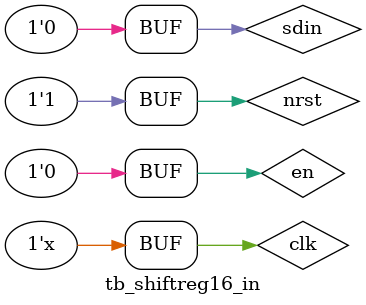
<source format=v>
`timescale 1ns / 1ps

module tb_shiftreg16_in;

	// Inputs
	reg clk;
	reg nrst;
	reg sdin;
	reg en;
	
	// Outputs
	wire [15:0] dout;
	wire clk_out;
	
	//InOut
	wire sampling;
	wire update;

	// Instantiate the Unit Under Test (UUT)
	rategen uut2 (
		.clk(clk), 
		.nrst(nrst), 
		.en(en), 
		.clk_out(clk_out),
		.sampling(sampling),
		.update(update)
	);
	
	shiftreg16_in uut1 (
		.clk(clk), 
		.nrst(nrst), 
		.sampling(sampling), 
		.sdin(sdin),
		.dout(dout)
	);
	
	initial
	begin
		// Initialize Inputs
		clk = 0;
		nrst = 1;
		sdin = 0;
		en = 0;

		// Wait 100 ns for global reset to finish
		#100;
		// Add stimulus here
		#100 nrst <= 0;
		#100 nrst <= 1;
		#2250 en <= 1;
		#9000 en <= 0;
	end
	
	initial
	begin
		#2550 sdin <= 1;
		#1600 sdin <= 0;
		#3200 sdin <= 1;
		#3200 sdin <= 0;
	end
	
	
	//10MHz frequency
	always #50
		clk <= ~clk;
      
endmodule


</source>
